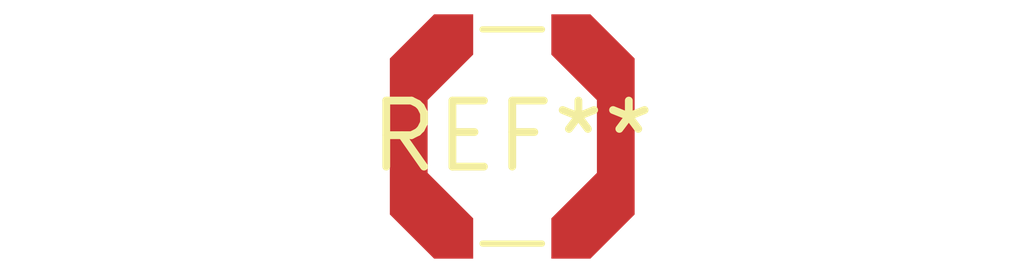
<source format=kicad_pcb>
(kicad_pcb (version 20240108) (generator pcbnew)
  (layers (0 "F.Cu" signal) (31 "B.Cu" signal) (34 "B.Paste" user) (35 "F.Paste" user) (36 "B.SilkS" user "B.Silkscreen") (37 "F.SilkS" user "F.Silkscreen") (38 "B.Mask" user) (39 "F.Mask" user) (44 "Edge.Cuts" user))
  (net 0 "")
  (footprint "L_Coilcraft_LPS4414" (layer "F.Cu") (at 0 0)
    (property "Reference" "REF**")
    (property "Value" "L_Coilcraft_LPS4414")
    (fp_line (start -0.57 -2.06) (end 0.57 -2.06) (layer "F.SilkS") (stroke (width 0.12)))
    (fp_line (start -0.57 2.06) (end 0.57 2.06) (layer "F.SilkS") (stroke (width 0.12)))
    (pad "1" smd custom (at -1.9875 0) (size 0.5 2) (layers "F.Cu" "F.Paste" "F.Mask") (options (clearance outline) (anchor rect)) (primitives (gr_poly (pts (xy 0.3625 -0.7) (xy 1.2375 -1.575) (xy 1.2375 -2.35) (xy 0.4875 -2.35) (xy -0.3625 -1.5) (xy -0.3625 1.5) (xy 0.4875 2.35) (xy 1.2375 2.35) (xy 1.2375 1.575) (xy 0.3625 0.7)) (width 0) (fill yes))))
    (pad "2" smd custom (at 1.9875 0) (size 0.5 2) (layers "F.Cu" "F.Paste" "F.Mask") (options (clearance outline) (anchor rect)) (primitives (gr_poly (pts (xy -0.3625 -0.7) (xy -1.2375 -1.575) (xy -1.2375 -2.35) (xy -0.4875 -2.35) (xy 0.3625 -1.5) (xy 0.3625 1.5) (xy -0.4875 2.35) (xy -1.2375 2.35) (xy -1.2375 1.575) (xy -0.3625 0.7)) (width 0) (fill yes))))
  )
)
</source>
